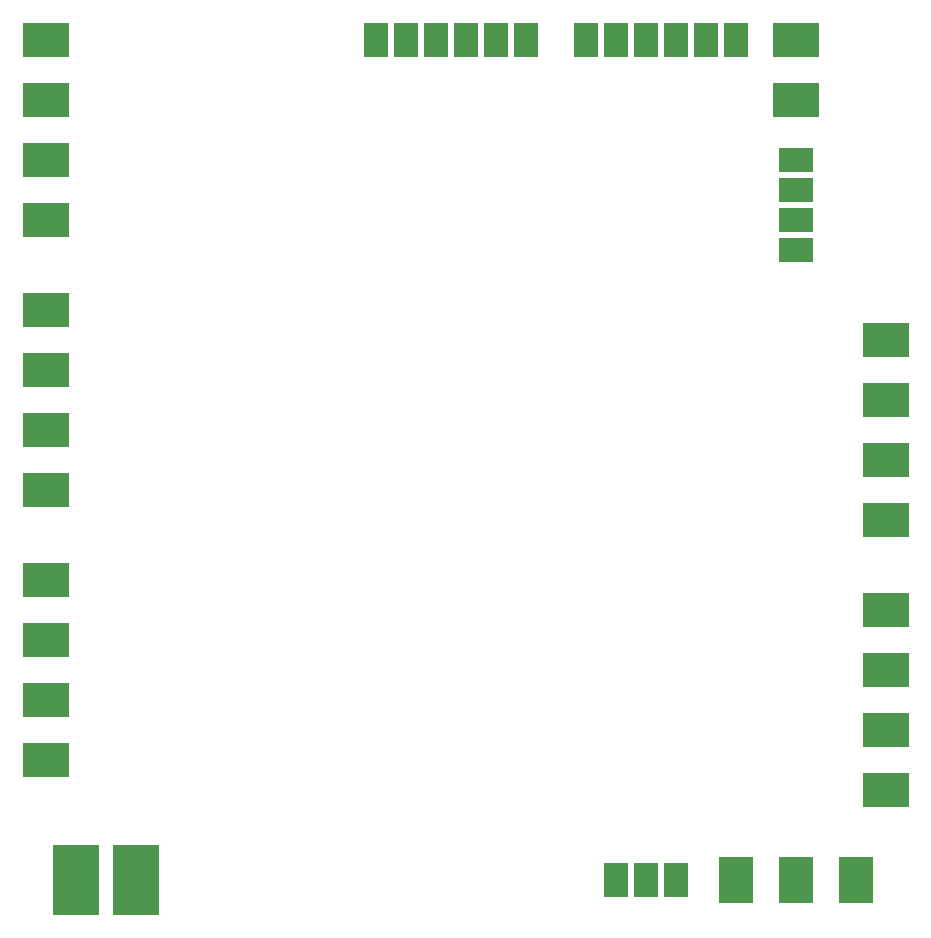
<source format=gtp>
G04 MADE WITH FRITZING*
G04 WWW.FRITZING.ORG*
G04 DOUBLE SIDED*
G04 HOLES PLATED*
G04 CONTOUR ON CENTER OF CONTOUR VECTOR*
%ASAXBY*%
%FSLAX23Y23*%
%MOIN*%
%OFA0B0*%
%SFA1.0B1.0*%
%ADD10R,0.157480X0.118110*%
%ADD11R,0.118110X0.157480*%
%ADD12R,0.157480X0.236220*%
%ADD13R,0.078740X0.118110*%
%ADD14R,0.118110X0.078740*%
%LNPASTEMASK1*%
G90*
G70*
G54D10*
X2925Y1463D03*
X2925Y1663D03*
X2925Y1863D03*
G54D11*
X2425Y263D03*
X2625Y263D03*
X2825Y263D03*
G54D10*
X2625Y2863D03*
X2625Y3063D03*
X2925Y2063D03*
X2925Y563D03*
X2925Y763D03*
X2925Y963D03*
X2925Y1163D03*
X125Y3063D03*
X125Y2863D03*
X125Y2663D03*
X125Y2463D03*
X125Y2163D03*
X125Y1963D03*
X125Y1763D03*
X125Y1563D03*
X125Y1263D03*
X125Y1063D03*
X125Y863D03*
X125Y663D03*
G54D12*
X225Y263D03*
X425Y263D03*
G54D13*
X2225Y3063D03*
X2125Y3063D03*
X2025Y3063D03*
X1225Y3063D03*
X1325Y3063D03*
X1425Y3063D03*
X1525Y3063D03*
X1625Y3063D03*
X1725Y3063D03*
X2025Y263D03*
X2125Y263D03*
X2225Y263D03*
X1925Y3063D03*
X2325Y3063D03*
X2425Y3063D03*
G54D14*
X2625Y2363D03*
X2625Y2463D03*
X2625Y2563D03*
X2625Y2663D03*
G04 End of PasteMask1*
M02*
</source>
